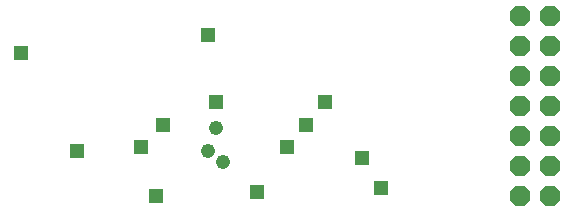
<source format=gbs>
G75*
G70*
%OFA0B0*%
%FSLAX24Y24*%
%IPPOS*%
%LPD*%
%AMOC8*
5,1,8,0,0,1.08239X$1,22.5*
%
%ADD10OC8,0.0680*%
%ADD11R,0.0476X0.0476*%
%ADD12C,0.0476*%
D10*
X021232Y001353D03*
X022232Y001353D03*
X022232Y002353D03*
X021232Y002353D03*
X021232Y003353D03*
X022232Y003353D03*
X022232Y004353D03*
X021232Y004353D03*
X021232Y005353D03*
X022232Y005353D03*
X022232Y006353D03*
X021232Y006353D03*
X021232Y007353D03*
X022232Y007353D03*
D11*
X006482Y002853D03*
X008607Y002978D03*
X009357Y003728D03*
X011107Y004478D03*
X014107Y003728D03*
X013482Y002978D03*
X015982Y002603D03*
X016607Y001603D03*
X012482Y001478D03*
X009107Y001353D03*
X014732Y004478D03*
X010857Y006728D03*
X004607Y006103D03*
D12*
X011107Y003603D03*
X010857Y002853D03*
X011357Y002478D03*
M02*

</source>
